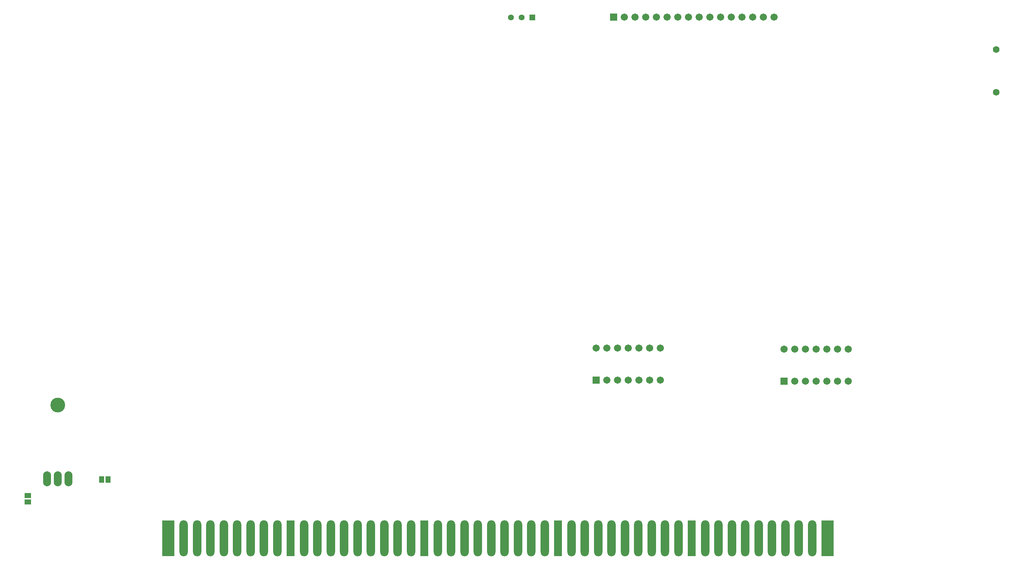
<source format=gts>
%FSTAX23Y23*%
%MOIN*%
%SFA1B1*%

%IPPOS*%
%ADD21R,0.051310X0.063120*%
%ADD22R,0.063120X0.051310*%
%ADD23R,0.118000X0.338000*%
%ADD24O,0.078000X0.338000*%
%ADD25R,0.078000X0.338000*%
%ADD26C,0.067060*%
%ADD27R,0.067060X0.067060*%
%ADD28R,0.055240X0.055240*%
%ADD29C,0.055240*%
%ADD30C,0.063120*%
%ADD31C,0.138000*%
%ADD32O,0.074000X0.140000*%
%ADD33R,0.067060X0.067060*%
%LN2004_lcd-1*%
%LPD*%
G54D21*
X01048Y00991D03*
X00989D03*
G54D22*
X00297Y0078D03*
Y00839D03*
G54D23*
X0161Y0044D03*
X07775D03*
G54D24*
X01755Y0044D03*
X0188D03*
X02005D03*
X0213D03*
X02255D03*
X0238D03*
X02505D03*
X0263D03*
X0288D03*
X03005D03*
X0313D03*
X03255D03*
X0338D03*
X03505D03*
X0363D03*
X03755D03*
X0388D03*
X0413D03*
X04255D03*
X0438D03*
X04505D03*
X0463D03*
X04755D03*
X0488D03*
X05005D03*
X0513D03*
X0538D03*
X05505D03*
X0563D03*
X05755D03*
X0588D03*
X06005D03*
X0613D03*
X06255D03*
X0638D03*
X0663D03*
X06755D03*
X0688D03*
X07005D03*
X0713D03*
X07255D03*
X0738D03*
X07505D03*
X0763D03*
G54D25*
X02755Y0044D03*
X04005D03*
X05255D03*
X06505D03*
G54D26*
X07273Y05317D03*
X07173D03*
X07073D03*
X06973D03*
X06873D03*
X06773D03*
X06673D03*
X06573D03*
X06473D03*
X06373D03*
X06273D03*
X06173D03*
X06073D03*
X05973D03*
X05873D03*
X07967Y02209D03*
X07867D03*
X07767D03*
X07667D03*
X07567D03*
X07467D03*
X07367D03*
X07967Y01909D03*
X07867D03*
X07767D03*
X07667D03*
X07567D03*
X07467D03*
X06211Y0222D03*
X06111D03*
X06011D03*
X05911D03*
X05811D03*
X05711D03*
X05611D03*
X06211Y0192D03*
X06111D03*
X06011D03*
X05911D03*
X05811D03*
X05711D03*
G54D27*
X05773Y05317D03*
G54D28*
X05015Y05314D03*
G54D29*
X04915Y05314D03*
X04815D03*
G54D30*
X09351Y04615D03*
Y05015D03*
G54D31*
X00576Y01688D03*
G54D32*
X00676Y00998D03*
X00576D03*
X00476D03*
G54D33*
X07367Y01909D03*
X05611Y0192D03*
M02*
</source>
